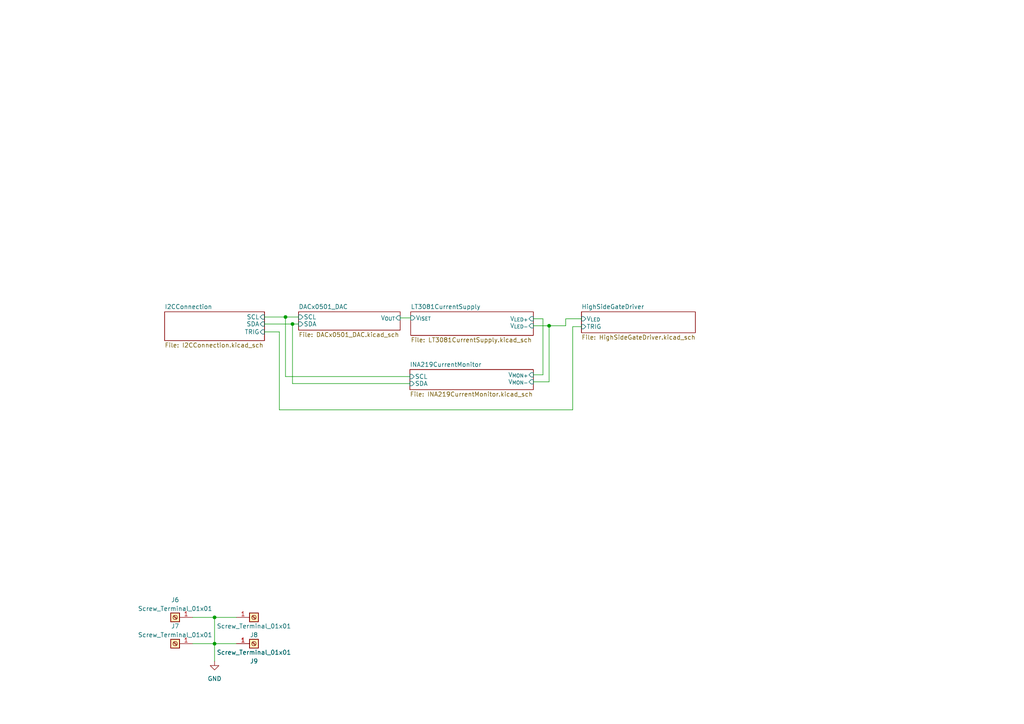
<source format=kicad_sch>
(kicad_sch (version 20230121) (generator eeschema)
  (paper "A4")
  (lib_symbols
    (symbol "Connector:Screw_Terminal_01x01" (pin_names (offset 1.016) hide)
      (property "Reference" "J" (at 0 2.54 0))
      (property "Value" "Screw_Terminal_01x01" (at 0 -2.54 0))
      (symbol "Screw_Terminal_01x01_1_1"
        (rectangle (start -1.27 1.27) (end 1.27 -1.27) (stroke (width 0.254)) (fill (type background)))
        (polyline (pts (xy -0.5334 0.3302) (xy 0.3302 -0.508)) (stroke (width 0.1524)))
        (polyline (pts (xy -0.3556 0.508) (xy 0.508 -0.3302)) (stroke (width 0.1524)))
        (circle (center 0 0) (radius 0.635) (stroke (width 0.1524)))
        (pin passive line (at -5.08 0 0) (length 3.81) (name "Pin_1") (number "1"))
      )
    )
    (symbol "power:GND" (power) (pin_names (offset 0))
      (property "Value" "GND" (at 0 -3.81 0))
      (symbol "GND_0_1"
        (polyline (pts (xy 0 0) (xy 0 -1.27) (xy 1.27 -1.27) (xy 0 -2.54) (xy -1.27 -1.27) (xy 0 -1.27)))
      )
      (symbol "GND_1_1"
        (pin power_in line (at 0 0 270) (length 0) hide (name "GND") (number "1"))
      )
    )
  )
  (junction (at 84.836 93.98))
  (junction (at 82.804 91.948))
  (junction (at 62.23 186.69))
  (junction (at 62.23 179.07))
  (junction (at 159.258 94.488))
  (wire (pts (xy 62.23 186.69) (xy 62.23 191.77)))
  (wire (pts (xy 159.258 94.488) (xy 164.084 94.488)))
  (wire (pts (xy 81.026 118.872) (xy 166.116 118.872)))
  (wire (pts (xy 84.836 93.98) (xy 86.614 93.98)))
  (wire (pts (xy 76.708 91.948) (xy 82.804 91.948)))
  (wire (pts (xy 164.084 94.488) (xy 164.084 92.456)))
  (wire (pts (xy 62.23 179.07) (xy 62.23 186.69)))
  (wire (pts (xy 62.23 186.69) (xy 68.58 186.69)))
  (wire (pts (xy 154.686 92.456) (xy 157.48 92.456)))
  (wire (pts (xy 55.88 186.69) (xy 62.23 186.69)))
  (wire (pts (xy 164.084 92.456) (xy 168.656 92.456)))
  (wire (pts (xy 166.116 118.872) (xy 166.116 94.742)))
  (wire (pts (xy 55.88 179.07) (xy 62.23 179.07)))
  (wire (pts (xy 154.686 110.744) (xy 159.258 110.744)))
  (wire (pts (xy 82.804 109.22) (xy 118.872 109.22)))
  (wire (pts (xy 82.804 91.948) (xy 86.614 91.948)))
  (wire (pts (xy 76.708 93.98) (xy 84.836 93.98)))
  (wire (pts (xy 159.258 110.744) (xy 159.258 94.488)))
  (wire (pts (xy 166.116 94.742) (xy 168.656 94.742)))
  (wire (pts (xy 82.804 91.948) (xy 82.804 109.22)))
  (wire (pts (xy 81.026 96.266) (xy 81.026 118.872)))
  (wire (pts (xy 62.23 179.07) (xy 68.58 179.07)))
  (wire (pts (xy 154.686 94.488) (xy 159.258 94.488)))
  (wire (pts (xy 76.708 96.266) (xy 81.026 96.266)))
  (wire (pts (xy 84.836 93.98) (xy 84.836 111.252)))
  (wire (pts (xy 157.48 108.712) (xy 154.686 108.712)))
  (wire (pts (xy 116.078 92.202) (xy 119.126 92.202)))
  (wire (pts (xy 157.48 92.456) (xy 157.48 108.712)))
  (wire (pts (xy 84.836 111.252) (xy 118.872 111.252)))
  (symbol (lib_id "Connector:Screw_Terminal_01x01") (at 73.66 186.69 0) (unit 1)
    (property "Reference" "J9" (at 73.66 191.77 0))
    (property "Value" "Screw_Terminal_01x01" (at 73.66 189.23 0))
    (property "Footprint" "MountingHole:MountingHole_3.2mm_M3_DIN965_Pad" (effects hide))
  )
  (symbol (lib_id "Connector:Screw_Terminal_01x01") (at 50.8 179.07 180) (unit 1)
    (property "Reference" "J6" (at 50.8 173.99 0))
    (property "Value" "Screw_Terminal_01x01" (at 50.8 176.53 0))
    (property "Footprint" "MountingHole:MountingHole_3.2mm_M3_DIN965_Pad" (effects hide))
  )
  (symbol (lib_id "Connector:Screw_Terminal_01x01") (at 50.8 186.69 180) (unit 1)
    (property "Reference" "J7" (at 50.8 181.61 0))
    (property "Value" "Screw_Terminal_01x01" (at 50.8 184.15 0))
    (property "Footprint" "MountingHole:MountingHole_3.2mm_M3_DIN965_Pad" (effects hide))
  )
  (symbol (lib_id "Connector:Screw_Terminal_01x01") (at 73.66 179.07 0) (unit 1)
    (property "Reference" "J8" (at 73.66 184.15 0))
    (property "Value" "Screw_Terminal_01x01" (at 73.66 181.61 0))
    (property "Footprint" "MountingHole:MountingHole_3.2mm_M3_DIN965_Pad" (effects hide))
  )
  (symbol (lib_id "power:GND") (at 62.23 191.77 0) (unit 1)
    (property "Reference" "#PWR08" (effects hide))
    (property "Value" "GND" (at 62.23 196.85 0))
  )
  (sheet (at 168.656 90.424) (size 33.02 6.096) (stroke (width 0.1524))
    (property "Sheetname" "HighSideGateDriver" (at 168.656 89.7124 0) (effects (justify left bottom)))
    (property "Sheetfile" "HighSideGateDriver.kicad_sch" (at 168.656 97.1046 0) (effects (justify left top)))
    (pin "TRIG" input (at 168.656 94.742 180))
    (pin "V_{LED}" input (at 168.656 92.456 180))
  )
  (sheet (at 47.752 90.424) (size 28.956 8.382) (stroke (width 0.1524))
    (property "Sheetname" "I2CConnection" (at 47.752 89.7124 0) (effects (justify left bottom)))
    (property "Sheetfile" "I2CConnection.kicad_sch" (at 47.752 99.3906 0) (effects (justify left top)))
    (pin "TRIG" input (at 76.708 96.266 0))
    (pin "SCL" input (at 76.708 91.948 0))
    (pin "SDA" input (at 76.708 93.98 0))
  )
  (sheet (at 119.126 90.424) (size 35.56 6.858) (stroke (width 0.1524))
    (property "Sheetname" "LT3081CurrentSupply" (at 119.126 89.7124 0) (effects (justify left bottom)))
    (property "Sheetfile" "LT3081CurrentSupply.kicad_sch" (at 119.126 97.8666 0) (effects (justify left top)))
    (pin "V_{ISET}" input (at 119.126 92.202 180))
    (pin "V_{LED+}" input (at 154.686 92.456 0))
    (pin "V_{LED-}" input (at 154.686 94.488 0))
  )
  (sheet (at 86.614 90.424) (size 29.464 5.334) (stroke (width 0.1524))
    (property "Sheetname" "DACx0501_DAC" (at 86.614 89.7124 0) (effects (justify left bottom)))
    (property "Sheetfile" "DACx0501_DAC.kicad_sch" (at 86.614 96.3426 0) (effects (justify left top)))
    (pin "SCL" input (at 86.614 91.948 180))
    (pin "SDA" input (at 86.614 93.98 180))
    (pin "V_{OUT}" input (at 116.078 92.202 0))
  )
  (sheet (at 118.872 107.188) (size 35.814 5.842) (stroke (width 0.1524))
    (property "Sheetname" "INA219CurrentMonitor" (at 118.872 106.4764 0) (effects (justify left bottom)))
    (property "Sheetfile" "INA219CurrentMonitor.kicad_sch" (at 118.872 113.6146 0) (effects (justify left top)))
    (pin "SDA" input (at 118.872 111.252 180))
    (pin "SCL" input (at 118.872 109.22 180))
    (pin "V_{MON-}" input (at 154.686 110.744 0))
    (pin "V_{MON+}" input (at 154.686 108.712 0))
  )
)
</source>
